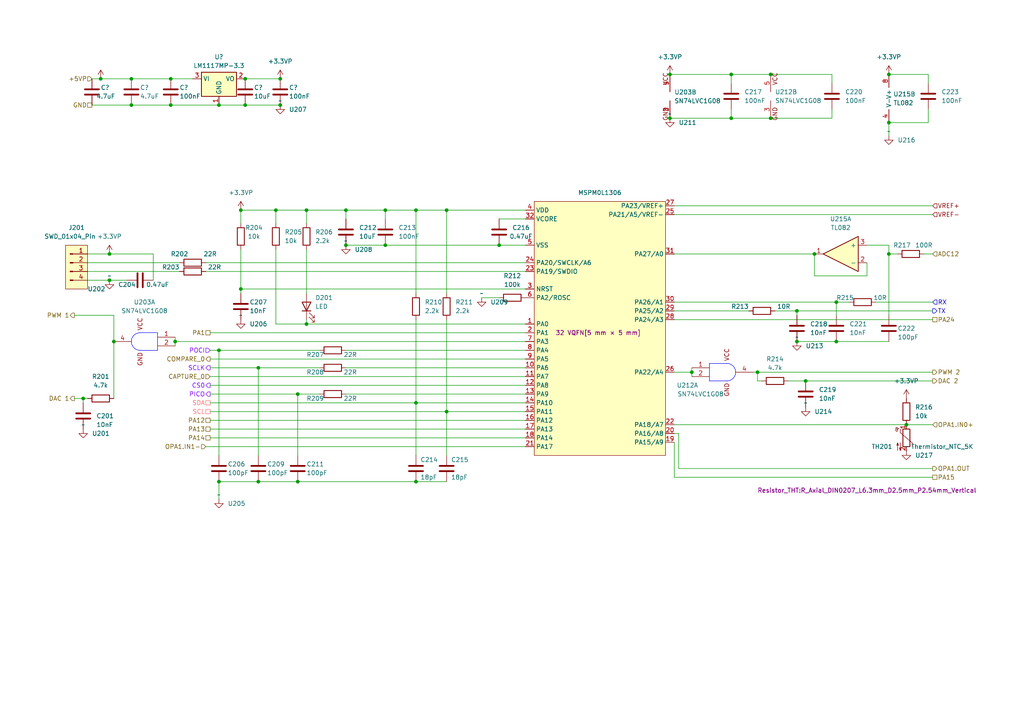
<source format=kicad_sch>
(kicad_sch (version 20230121) (generator eeschema)
  (paper "A4")
  (lib_symbols
    (symbol "00_Myself_Library:+5VP"
      (property "Reference" "U" (at 0 0 0))
      (symbol "+5VP_0_1"
        (polyline (pts (xy -0.762 1.27) (xy 0 2.54)))
        (polyline (pts (xy 0 0) (xy 0 2.54)))
        (polyline (pts (xy 0 2.54) (xy 0.762 1.27)))
      )
      (symbol "+5VP_1_1"
        (pin power_out line (at 0 0 90) (length 0) hide (name "+5VP") (number "1"))
      )
    )
    (symbol "00_Myself_Library:C_0805_0.47uF" (pin_numbers hide) (pin_names (offset 0) hide)
      (property "Reference" "C" (at -1.27 8.89 0))
      (property "Value" "0.47uF" (at 0 6.35 0))
      (symbol "C_0805_0.47uF_0_1"
        (polyline (pts (xy -0.762 2.032) (xy -0.762 -2.032)) (stroke (width 0.508)))
        (polyline (pts (xy 0.762 2.032) (xy 0.762 -2.032)) (stroke (width 0.508)))
      )
      (symbol "C_0805_0.47uF_1_1"
        (pin passive line (at 3.81 0 180) (length 2.794) (name "~") (number "1"))
        (pin passive line (at -3.81 0 0) (length 2.794) (name "~") (number "2"))
      )
    )
    (symbol "00_Myself_Library:C_0805_100nF" (pin_numbers hide) (pin_names (offset 0) hide)
      (property "Reference" "C" (at -2.54 8.89 0))
      (property "Value" "100nF" (at 0 6.35 0))
      (symbol "C_0805_100nF_0_1"
        (polyline (pts (xy -0.762 2.032) (xy -0.762 -2.032)) (stroke (width 0.508)))
        (polyline (pts (xy 0.762 2.032) (xy 0.762 -2.032)) (stroke (width 0.508)))
      )
      (symbol "C_0805_100nF_1_1"
        (pin passive line (at 3.81 0 180) (length 2.794) (name "~") (number "1"))
        (pin passive line (at -3.81 0 0) (length 2.794) (name "~") (number "2"))
      )
    )
    (symbol "00_Myself_Library:C_0805_100pF" (pin_numbers hide) (pin_names (offset 0) hide)
      (property "Reference" "C" (at -2.54 8.89 0))
      (property "Value" "100pF" (at 0 6.35 0))
      (symbol "C_0805_100pF_0_1"
        (polyline (pts (xy -0.762 2.032) (xy -0.762 -2.032)) (stroke (width 0.508)))
        (polyline (pts (xy 0.762 2.032) (xy 0.762 -2.032)) (stroke (width 0.508)))
      )
      (symbol "C_0805_100pF_1_1"
        (pin passive line (at 3.81 0 180) (length 2.794) (name "~") (number "1"))
        (pin passive line (at -3.81 0 0) (length 2.794) (name "~") (number "2"))
      )
    )
    (symbol "00_Myself_Library:C_0805_10nF" (pin_numbers hide) (pin_names (offset 0) hide)
      (property "Reference" "C" (at -2.54 8.89 0))
      (property "Value" "10nF" (at 0 6.35 0))
      (symbol "C_0805_10nF_0_1"
        (polyline (pts (xy -0.762 2.032) (xy -0.762 -2.032)) (stroke (width 0.508)))
        (polyline (pts (xy 0.762 2.032) (xy 0.762 -2.032)) (stroke (width 0.508)))
      )
      (symbol "C_0805_10nF_1_1"
        (pin passive line (at 3.81 0 180) (length 2.794) (name "~") (number "1"))
        (pin passive line (at -3.81 0 0) (length 2.794) (name "~") (number "2"))
      )
    )
    (symbol "00_Myself_Library:C_0805_10uF" (pin_numbers hide) (pin_names (offset 0) hide)
      (property "Reference" "C" (at -2.54 8.89 0))
      (property "Value" "10uF" (at 0 6.35 0))
      (symbol "C_0805_10uF_0_1"
        (polyline (pts (xy -0.762 2.032) (xy -0.762 -2.032)) (stroke (width 0.508)))
        (polyline (pts (xy 0.762 2.032) (xy 0.762 -2.032)) (stroke (width 0.508)))
      )
      (symbol "C_0805_10uF_1_1"
        (pin passive line (at 3.81 0 180) (length 2.794) (name "~") (number "1"))
        (pin passive line (at -3.81 0 0) (length 2.794) (name "~") (number "2"))
      )
    )
    (symbol "00_Myself_Library:C_0805_18pF" (pin_numbers hide) (pin_names (offset 0) hide)
      (property "Reference" "C" (at -2.54 8.89 0))
      (property "Value" "18pF" (at 0 6.35 0))
      (symbol "C_0805_18pF_0_1"
        (polyline (pts (xy -0.762 2.032) (xy -0.762 -2.032)) (stroke (width 0.508)))
        (polyline (pts (xy 0.762 2.032) (xy 0.762 -2.032)) (stroke (width 0.508)))
      )
      (symbol "C_0805_18pF_1_1"
        (pin passive line (at 3.81 0 180) (length 2.794) (name "~") (number "1"))
        (pin passive line (at -3.81 0 0) (length 2.794) (name "~") (number "2"))
      )
    )
    (symbol "00_Myself_Library:C_0805_4.7uF" (pin_numbers hide) (pin_names (offset 0) hide)
      (property "Reference" "C" (at -1.27 8.89 0))
      (property "Value" "4.7uF" (at 0 6.35 0))
      (symbol "C_0805_4.7uF_0_1"
        (polyline (pts (xy -0.762 2.032) (xy -0.762 -2.032)) (stroke (width 0.508)))
        (polyline (pts (xy 0.762 2.032) (xy 0.762 -2.032)) (stroke (width 0.508)))
      )
      (symbol "C_0805_4.7uF_1_1"
        (pin passive line (at 3.81 0 180) (length 2.794) (name "~") (number "1"))
        (pin passive line (at -3.81 0 0) (length 2.794) (name "~") (number "2"))
      )
    )
    (symbol "00_Myself_Library:GND_O"
      (property "Reference" "U" (at -2.54 0 0))
      (symbol "GND_O_0_1"
        (polyline (pts (xy 0 -1.27) (xy 0 -2.54) (xy 1.27 -2.54) (xy 0 -3.81) (xy -1.27 -2.54) (xy 0 -2.54)))
      )
      (symbol "GND_O_1_1"
        (pin output line (at 0 -1.27 270) (length 0) hide (name "GND") (number "1"))
      )
    )
    (symbol "00_Myself_Library:LED" (pin_numbers hide) (pin_names (offset 1.016) hide)
      (property "Reference" "D" (at 0 2.54 0))
      (property "Value" "LED" (at 0 -2.54 0))
      (symbol "LED_0_1"
        (polyline (pts (xy -1.27 -1.27) (xy -1.27 1.27)) (stroke (width 0.254)))
        (polyline (pts (xy -1.27 0) (xy 1.27 0)))
        (polyline (pts (xy 1.27 -1.27) (xy 1.27 1.27) (xy -1.27 0) (xy 1.27 -1.27)) (stroke (width 0.254)))
        (polyline (pts (xy -3.048 -0.762) (xy -4.572 -2.286) (xy -3.81 -2.286) (xy -4.572 -2.286) (xy -4.572 -1.524)))
        (polyline (pts (xy -1.778 -0.762) (xy -3.302 -2.286) (xy -2.54 -2.286) (xy -3.302 -2.286) (xy -3.302 -1.524)))
      )
      (symbol "LED_1_1"
        (pin passive line (at -3.81 0 0) (length 2.54) (name "K") (number "1"))
        (pin passive line (at 3.81 0 180) (length 2.54) (name "A") (number "2"))
      )
    )
    (symbol "00_Myself_Library:LM1117MP-3.3"
      (property "Reference" "U" (at -3.81 3.175 0))
      (property "Value" "LM1117MP-3.3" (at 0 3.175 0))
      (symbol "LM1117MP-3.3_0_1"
        (rectangle (start -5.08 1.905) (end 5.08 -5.08) (stroke (width 0.254)) (fill (type background)))
      )
      (symbol "LM1117MP-3.3_1_1"
        (pin passive line (at 0 -7.62 90) (length 2.54) (name "GND") (number "1"))
        (pin power_out line (at 7.62 0 180) (length 2.54) (name "VO") (number "2"))
        (pin power_in line (at -7.62 0 0) (length 2.54) (name "VI") (number "3"))
      )
    )
    (symbol "00_Myself_Library:MSPM0L1306"
      (property "Value" "MSPM0L1306" (at -17.78 41.91 0))
      (symbol "MSPM0L1306_1_0"
        (pin input line (at -21.59 20.32 0) (length 2.54) (name "PA20/SWCLK/A6") (number "24"))
      )
      (symbol "MSPM0L1306_1_1"
        (rectangle (start -19.05 38.1) (end 19.05 -35.56) (fill (type background)))
        (pin passive line (at -21.59 2.54 0) (length 2.54) (name "PA0") (number "1"))
        (pin passive line (at -21.59 -10.16 0) (length 2.54) (name "PA6") (number "10"))
        (pin passive line (at -21.59 -12.7 0) (length 2.54) (name "PA7") (number "11"))
        (pin passive line (at -21.59 -15.24 0) (length 2.54) (name "PA8") (number "12"))
        (pin passive line (at -21.59 -17.78 0) (length 2.54) (name "PA9") (number "13"))
        (pin passive line (at -21.59 -20.32 0) (length 2.54) (name "PA10") (number "14"))
        (pin passive line (at -21.59 -22.86 0) (length 2.54) (name "PA11") (number "15"))
        (pin passive line (at -21.59 -25.4 0) (length 2.54) (name "PA12") (number "16"))
        (pin passive line (at -21.59 -27.94 0) (length 2.54) (name "PA13") (number "17"))
        (pin passive line (at -21.59 -30.48 0) (length 2.54) (name "PA14") (number "18"))
        (pin passive line (at 21.59 -31.75 180) (length 2.54) (name "PA15/A9") (number "19"))
        (pin passive line (at -21.59 0 0) (length 2.54) (name "PA1") (number "2"))
        (pin passive line (at 21.59 -29.21 180) (length 2.54) (name "PA16/A8") (number "20"))
        (pin passive line (at -21.59 -33.02 0) (length 2.54) (name "PA17") (number "21"))
        (pin passive line (at 21.59 -26.67 180) (length 2.54) (name "PA18/A7") (number "22"))
        (pin bidirectional line (at -21.59 17.78 0) (length 2.54) (name "PA19/SWDIO") (number "23"))
        (pin passive line (at 21.59 34.29 180) (length 2.54) (name "PA21/A5/VREF-") (number "25"))
        (pin passive line (at 21.59 -11.43 180) (length 2.54) (name "PA22/A4") (number "26"))
        (pin passive line (at 21.59 36.83 180) (length 2.54) (name "PA23/VREF+") (number "27"))
        (pin passive line (at 21.59 3.81 180) (length 2.54) (name "PA24/A3") (number "28"))
        (pin passive line (at 21.59 6.35 180) (length 2.54) (name "PA25/A2") (number "29"))
        (pin input line (at -21.59 12.7 0) (length 2.54) (name "NRST") (number "3"))
        (pin passive line (at 21.59 8.89 180) (length 2.54) (name "PA26/A1") (number "30"))
        (pin passive line (at 21.59 22.86 180) (length 2.54) (name "PA27/A0") (number "31"))
        (pin power_out line (at -21.59 33.02 0) (length 2.54) (name "VCORE") (number "32"))
        (pin power_in line (at -21.59 35.56 0) (length 2.54) (name "VDD") (number "4"))
        (pin passive line (at -21.59 25.4 0) (length 2.54) (name "VSS") (number "5"))
        (pin output line (at -21.59 10.16 0) (length 2.54) (name "PA2/ROSC") (number "6"))
        (pin passive line (at -21.59 -2.54 0) (length 2.54) (name "PA3") (number "7"))
        (pin passive line (at -21.59 -5.08 0) (length 2.54) (name "PA4") (number "8"))
        (pin passive line (at -21.59 -7.62 0) (length 2.54) (name "PA5") (number "9"))
      )
    )
    (symbol "00_Myself_Library:R_0805_100k" (pin_numbers hide) (pin_names hide)
      (property "Reference" "R" (at -2.54 5.08 0))
      (property "Value" "100k" (at 0 2.54 0))
      (symbol "R_0805_100k_0_1"
        (rectangle (start -2.54 1.016) (end 2.54 -1.016) (stroke (width 0.254)))
      )
      (symbol "R_0805_100k_1_1"
        (pin passive line (at 3.81 0 180) (length 1.27) (name "~") (number "1"))
        (pin passive line (at -3.81 0 0) (length 1.27) (name "~") (number "2"))
      )
    )
    (symbol "00_Myself_Library:R_0805_10R" (pin_numbers hide) (pin_names hide)
      (property "Reference" "R" (at -2.54 5.08 0))
      (property "Value" "10R" (at -1.27 2.54 0))
      (symbol "R_0805_10R_0_1"
        (rectangle (start -2.54 1.016) (end 2.54 -1.016) (stroke (width 0.254)))
      )
      (symbol "R_0805_10R_1_1"
        (pin passive line (at 3.81 0 180) (length 1.27) (name "~") (number "1"))
        (pin passive line (at -3.81 0 0) (length 1.27) (name "~") (number "2"))
      )
    )
    (symbol "00_Myself_Library:R_0805_10k" (pin_numbers hide) (pin_names hide)
      (property "Reference" "R" (at -2.54 5.08 0))
      (property "Value" "10k" (at -1.27 2.54 0))
      (symbol "R_0805_10k_0_1"
        (rectangle (start -2.54 1.016) (end 2.54 -1.016) (stroke (width 0.254)))
      )
      (symbol "R_0805_10k_1_1"
        (pin passive line (at 3.81 0 180) (length 1.27) (name "~") (number "1"))
        (pin passive line (at -3.81 0 0) (length 1.27) (name "~") (number "2"))
      )
    )
    (symbol "00_Myself_Library:R_0805_2.2k" (pin_numbers hide) (pin_names hide)
      (property "Reference" "R" (at -2.54 5.08 0))
      (property "Value" "2.2k" (at -1.27 2.54 0))
      (symbol "R_0805_2.2k_0_1"
        (rectangle (start -2.54 1.016) (end 2.54 -1.016) (stroke (width 0.254)))
      )
      (symbol "R_0805_2.2k_1_1"
        (pin passive line (at 3.81 0 180) (length 1.27) (name "~") (number "1"))
        (pin passive line (at -3.81 0 0) (length 1.27) (name "~") (number "2"))
      )
    )
    (symbol "00_Myself_Library:R_0805_22R" (pin_numbers hide) (pin_names hide)
      (property "Reference" "R" (at -2.54 5.08 0))
      (property "Value" "22R" (at -1.27 2.54 0))
      (symbol "R_0805_22R_0_1"
        (rectangle (start -2.54 1.016) (end 2.54 -1.016) (stroke (width 0.254)))
      )
      (symbol "R_0805_22R_1_1"
        (pin passive line (at 3.81 0 180) (length 1.27) (name "~") (number "1"))
        (pin passive line (at -3.81 0 0) (length 1.27) (name "~") (number "2"))
      )
    )
    (symbol "00_Myself_Library:R_0805_4.7k" (pin_numbers hide) (pin_names hide)
      (property "Reference" "R" (at -2.54 5.08 0))
      (property "Value" "4.7k" (at -1.27 2.54 0))
      (symbol "R_0805_4.7k_0_1"
        (rectangle (start -2.54 1.016) (end 2.54 -1.016) (stroke (width 0.254)))
      )
      (symbol "R_0805_4.7k_1_1"
        (pin passive line (at 3.81 0 180) (length 1.27) (name "~") (number "1"))
        (pin passive line (at -3.81 0 0) (length 1.27) (name "~") (number "2"))
      )
    )
    (symbol "00_Myself_Library:SN74LVC1G08" (pin_names hide)
      (property "Reference" "U" (at -1.27 0 0))
      (property "Value" "SN74LVC1G08" (at -1.27 8.89 0))
      (symbol "SN74LVC1G08_0_1"
        (text "GND" (at 1.27 -5.08 900) (effects (font (size 1.27 1.27))))
        (text "VCC" (at 1.27 5.08 900) (effects (font (size 1.27 1.27))))
      )
      (symbol "SN74LVC1G08_1_1"
        (polyline (pts (xy 1.27 2.54) (xy -3.81 2.54) (xy -3.81 -2.54) (xy 1.27 -2.54)) (stroke (width 0) (color 0 0 255 1)) (fill (type color) (color 255 255 255 1)))
        (arc (start 1.27 -2.54) (mid 3.0618 -1.7918) (end 3.81 0) (stroke (width 0) (color 0 0 255 1)) (fill (type color) (color 255 255 255 1)))
        (arc (start 3.81 0) (mid 3.0661 1.7961) (end 1.27 2.54) (stroke (width 0) (color 0 0 255 1)) (fill (type color) (color 255 255 255 1)))
        (pin input line (at -8.89 1.27 0) (length 5.08) (name "~") (number "1"))
        (pin input line (at -8.89 -1.27 0) (length 5.08) (name "~") (number "2"))
        (pin output line (at 8.89 0 180) (length 5.08) (name "~") (number "4"))
      )
      (symbol "SN74LVC1G08_2_1"
        (pin passive line (at 0 -6.35 90) (length 5.08) (name "GND") (number "3"))
        (pin power_in line (at 0 6.35 270) (length 5.08) (name "VCC") (number "5"))
      )
    )
    (symbol "00_Myself_Library:TL082"
      (property "Reference" "U" (at 6.35 6.35 0))
      (property "Value" "TL082" (at 8.89 3.81 0))
      (symbol "TL082_1_1"
        (polyline (pts (xy -3.81 5.08) (xy 6.35 0) (xy -3.81 -5.08) (xy -3.81 5.08)) (stroke (width 0.254)) (fill (type background)))
        (pin output line (at 8.89 0 180) (length 2.54) (name "~") (number "1"))
        (pin input line (at -6.35 -2.54 0) (length 2.54) (name "-") (number "2"))
        (pin input line (at -6.35 2.54 0) (length 2.54) (name "+") (number "3"))
      )
      (symbol "TL082_2_1"
        (pin passive line (at 0 -6.35 90) (length 3.81) (name "V-") (number "4"))
        (pin power_in line (at 0 7.62 270) (length 3.81) (name "V+") (number "8"))
      )
    )
    (symbol "00_Myself_Library:Thermistor_NTC_2.5R"
      (property "Reference" "TH" (at -5.08 5.08 0))
      (property "Value" "Thermistor_NTC_2.5R" (at -12.7 2.54 0))
      (symbol "Thermistor_NTC_2.5R_0_1"
        (arc (start -3.048 5.969) (mid -3.0505 6.1265) (end -3.175 6.223))
        (arc (start -3.048 5.969) (mid -2.9736 5.7894) (end -2.794 5.715))
        (arc (start -3.048 6.604) (mid -2.9736 6.4244) (end -2.794 6.35))
        (arc (start -2.794 5.715) (mid -2.6144 5.7894) (end -2.54 5.969))
        (arc (start -2.794 6.35) (mid -2.434 6.3708) (end -2.159 6.604))
        (arc (start -2.794 6.858) (mid -2.9736 6.7836) (end -3.048 6.604))
        (arc (start -2.54 6.604) (mid -2.6144 6.7836) (end -2.794 6.858))
        (rectangle (start -1.016 6.35) (end 1.016 1.27) (stroke (width 0.254)))
        (polyline (pts (xy -2.54 5.969) (xy -2.54 6.604)))
        (polyline (pts (xy -1.778 6.35) (xy -1.778 5.334) (xy 1.778 2.286) (xy 1.778 1.27)))
        (polyline (pts (xy -2.54 0.127) (xy -2.54 2.413) (xy -2.794 1.651) (xy -2.286 1.651) (xy -2.54 2.413) (xy -2.54 2.159)) (fill (type outline)))
        (polyline (pts (xy -1.778 2.413) (xy -1.778 0.127) (xy -2.032 0.889) (xy -1.524 0.889) (xy -1.778 0.127) (xy -1.778 0.381)) (fill (type outline)))
      )
      (symbol "Thermistor_NTC_2.5R_1_1"
        (pin passive line (at 0 7.62 270) (length 1.27) (name "~") (number "1"))
        (pin passive line (at 0 0 90) (length 1.27) (name "~") (number "2"))
      )
    )
    (symbol "C_0805_100nF_1" (pin_numbers hide) (pin_names (offset 0) hide)
      (property "Reference" "C" (at -2.54 8.89 0))
      (property "Value" "100nF" (at 0 6.35 0))
      (symbol "C_0805_100nF_1_0_1"
        (polyline (pts (xy -0.762 2.032) (xy -0.762 -2.032)) (stroke (width 0.508)))
        (polyline (pts (xy 0.762 2.032) (xy 0.762 -2.032)) (stroke (width 0.508)))
      )
      (symbol "C_0805_100nF_1_1_1"
        (pin passive line (at 3.81 0 180) (length 2.794) (name "~") (number "1"))
        (pin passive line (at -3.81 0 0) (length 2.794) (name "~") (number "2"))
      )
    )
    (symbol "C_0805_100nF_6" (pin_numbers hide) (pin_names (offset 0) hide)
      (property "Reference" "C" (at -2.54 8.89 0))
      (property "Value" "100nF" (at 0 6.35 0))
      (symbol "C_0805_100nF_6_0_1"
        (polyline (pts (xy -0.762 2.032) (xy -0.762 -2.032)) (stroke (width 0.508)))
        (polyline (pts (xy 0.762 2.032) (xy 0.762 -2.032)) (stroke (width 0.508)))
      )
      (symbol "C_0805_100nF_6_1_1"
        (pin passive line (at 3.81 0 180) (length 2.794) (name "~") (number "1"))
        (pin passive line (at -3.81 0 0) (length 2.794) (name "~") (number "2"))
      )
    )
    (symbol "C_0805_10uF_2" (pin_numbers hide) (pin_names (offset 0) hide)
      (property "Reference" "C" (at -2.54 8.89 0))
      (property "Value" "10uF" (at 0 6.35 0))
      (symbol "C_0805_10uF_2_0_1"
        (polyline (pts (xy -0.762 2.032) (xy -0.762 -2.032)) (stroke (width 0.508)))
        (polyline (pts (xy 0.762 2.032) (xy 0.762 -2.032)) (stroke (width 0.508)))
      )
      (symbol "C_0805_10uF_2_1_1"
        (pin passive line (at 3.81 0 180) (length 2.794) (name "~") (number "1"))
        (pin passive line (at -3.81 0 0) (length 2.794) (name "~") (number "2"))
      )
    )
    (symbol "R_0805_100R_2" (pin_numbers hide) (pin_names hide)
      (property "Reference" "R" (at -2.54 5.08 0))
      (property "Value" "100R" (at -1.27 2.54 0))
      (symbol "R_0805_100R_2_0_1"
        (rectangle (start -2.54 1.016) (end 2.54 -1.016) (stroke (width 0.254)))
      )
      (symbol "R_0805_100R_2_1_1"
        (pin passive line (at 3.81 0 180) (length 1.27) (name "~") (number "1"))
        (pin passive line (at -3.81 0 0) (length 1.27) (name "~") (number "2"))
      )
    )
    (symbol "SWD_01x04_Pin_1" (pin_names (offset 1.016) hide)
      (property "Reference" "J201" (at -1.27 11.43 0))
      (property "Value" "SWD_01x04_Pin" (at 0 8.89 0))
      (symbol "SWD_01x04_Pin_1_1_1"
        (rectangle (start -1.27 5.08) (end 5.08 -7.62) (fill (type background)))
        (polyline (pts (xy 1.27 -5.08) (xy 0.8636 -5.08)) (stroke (width 0.1524)))
        (polyline (pts (xy 1.27 -2.54) (xy 0.8636 -2.54)) (stroke (width 0.1524)))
        (polyline (pts (xy 1.27 0) (xy 0.8636 0)) (stroke (width 0.1524)))
        (polyline (pts (xy 1.27 2.54) (xy 0.8636 2.54)) (stroke (width 0.1524)))
        (rectangle (start 0.8636 -4.953) (end 0 -5.207) (stroke (width 0.1524)) (fill (type outline)))
        (rectangle (start 0.8636 -2.413) (end 0 -2.667) (stroke (width 0.1524)) (fill (type outline)))
        (rectangle (start 0.8636 0.127) (end 0 -0.127) (stroke (width 0.1524)) (fill (type outline)))
        (rectangle (start 0.8636 2.667) (end 0 2.413) (stroke (width 0.1524)) (fill (type outline)))
        (pin passive line (at 5.08 2.54 180) (length 3.81) (name "Pin_1") (number "1"))
        (pin passive line (at 5.08 0 180) (length 3.81) (name "Pin_2") (number "2"))
        (pin passive line (at 5.08 -2.54 180) (length 3.81) (name "Pin_3") (number "3"))
        (pin passive line (at 5.08 -5.08 180) (length 3.81) (name "Pin_4") (number "4"))
      )
    )
    (symbol "power:+3.3VP" (power) (pin_names (offset 0))
      (property "Value" "+3.3VP" (at 0 2.54 0))
      (symbol "+3.3VP_0_0"
        (pin power_in line (at 0 0 90) (length 0) hide (name "+3.3VP") (number "1"))
      )
      (symbol "+3.3VP_0_1"
        (polyline (pts (xy -0.762 1.27) (xy 0 2.54)))
        (polyline (pts (xy 0 0) (xy 0 2.54)))
        (polyline (pts (xy 0 2.54) (xy 0.762 1.27)))
      )
    )
  )
  (junction (at 86.36 114.3))
  (junction (at 74.93 139.7))
  (junction (at 86.36 139.7))
  (junction (at 81.28 30.48))
  (junction (at 231.14 90.17))
  (junction (at 71.12 30.48))
  (junction (at 257.81 35.56))
  (junction (at 223.52 34.29))
  (junction (at 49.53 22.86))
  (junction (at 236.22 73.66))
  (junction (at 212.09 21.59))
  (junction (at 49.53 30.48))
  (junction (at 231.14 99.06))
  (junction (at 233.68 110.49))
  (junction (at 200.66 107.95))
  (junction (at 80.01 60.96))
  (junction (at 100.33 60.96))
  (junction (at 129.54 119.38))
  (junction (at 111.76 60.96))
  (junction (at 38.1 30.48))
  (junction (at 63.5 30.48))
  (junction (at 120.65 60.96))
  (junction (at 69.85 60.96))
  (junction (at 33.02 99.06))
  (junction (at 129.54 60.96))
  (junction (at 219.71 107.95))
  (junction (at 257.81 73.66))
  (junction (at 88.9 93.98))
  (junction (at 88.9 60.96))
  (junction (at 24.13 115.57))
  (junction (at 194.31 34.29))
  (junction (at 194.31 21.59))
  (junction (at 63.5 101.6))
  (junction (at 38.1 22.86))
  (junction (at 111.76 71.12))
  (junction (at 50.8 99.06))
  (junction (at 81.28 22.86))
  (junction (at 29.21 22.86))
  (junction (at 74.93 106.68))
  (junction (at 262.89 123.19))
  (junction (at 69.85 83.82))
  (junction (at 257.81 21.59))
  (junction (at 212.09 34.29))
  (junction (at 223.52 21.59))
  (junction (at 242.57 87.63))
  (junction (at 242.57 99.06))
  (junction (at 31.75 81.28))
  (junction (at 63.5 139.7))
  (junction (at 120.65 139.7))
  (junction (at 100.33 71.12))
  (junction (at 71.12 22.86))
  (junction (at 120.65 116.84))
  (junction (at 31.75 73.66))
  (junction (at 144.78 71.12))
  (wire (pts (xy 129.54 119.38) (xy 129.54 92.71)))
  (wire (pts (xy 120.65 116.84) (xy 120.65 132.08)))
  (wire (pts (xy 129.54 60.96) (xy 129.54 85.09)))
  (wire (pts (xy 25.4 81.28) (xy 31.75 81.28)))
  (wire (pts (xy 223.52 34.29) (xy 212.09 34.29)))
  (wire (pts (xy 26.67 22.86) (xy 29.21 22.86)))
  (wire (pts (xy 38.1 22.86) (xy 49.53 22.86)))
  (wire (pts (xy 59.69 76.2) (xy 152.4 76.2)))
  (wire (pts (xy 251.46 76.2) (xy 251.46 80.01)))
  (wire (pts (xy 69.85 72.39) (xy 69.85 83.82)))
  (wire (pts (xy 246.38 87.63) (xy 242.57 87.63)))
  (wire (pts (xy 219.71 107.95) (xy 270.51 107.95)))
  (wire (pts (xy 257.81 71.12) (xy 257.81 73.66)))
  (wire (pts (xy 212.09 21.59) (xy 223.52 21.59)))
  (wire (pts (xy 219.71 110.49) (xy 220.98 110.49)))
  (wire (pts (xy 120.65 60.96) (xy 120.65 85.09)))
  (wire (pts (xy 59.69 129.54) (xy 152.4 129.54)))
  (wire (pts (xy 25.4 78.74) (xy 52.07 78.74)))
  (wire (pts (xy 111.76 60.96) (xy 111.76 63.5)))
  (wire (pts (xy 60.96 121.92) (xy 152.4 121.92)))
  (wire (pts (xy 60.96 104.14) (xy 152.4 104.14)))
  (wire (pts (xy 111.76 71.12) (xy 144.78 71.12)))
  (wire (pts (xy 224.79 90.17) (xy 231.14 90.17)))
  (wire (pts (xy 25.4 73.66) (xy 31.75 73.66)))
  (wire (pts (xy 195.58 107.95) (xy 200.66 107.95)))
  (wire (pts (xy 120.65 116.84) (xy 152.4 116.84)))
  (wire (pts (xy 195.58 73.66) (xy 236.22 73.66)))
  (wire (pts (xy 33.02 99.06) (xy 33.02 115.57)))
  (wire (pts (xy 80.01 93.98) (xy 88.9 93.98)))
  (wire (pts (xy 80.01 72.39) (xy 80.01 93.98)))
  (wire (pts (xy 33.02 91.44) (xy 33.02 99.06)))
  (wire (pts (xy 120.65 60.96) (xy 129.54 60.96)))
  (wire (pts (xy 88.9 93.98) (xy 152.4 93.98)))
  (wire (pts (xy 49.53 22.86) (xy 55.88 22.86)))
  (wire (pts (xy 49.53 30.48) (xy 63.5 30.48)))
  (wire (pts (xy 270.51 138.43) (xy 195.58 138.43)))
  (wire (pts (xy 63.5 139.7) (xy 74.93 139.7)))
  (wire (pts (xy 269.24 21.59) (xy 269.24 24.13)))
  (wire (pts (xy 251.46 71.12) (xy 257.81 71.12)))
  (wire (pts (xy 144.78 63.5) (xy 152.4 63.5)))
  (wire (pts (xy 251.46 80.01) (xy 236.22 80.01)))
  (wire (pts (xy 63.5 101.6) (xy 63.5 132.08)))
  (wire (pts (xy 254 87.63) (xy 270.51 87.63)))
  (wire (pts (xy 86.36 132.08) (xy 86.36 114.3)))
  (wire (pts (xy 231.14 90.17) (xy 270.51 90.17)))
  (wire (pts (xy 60.96 116.84) (xy 120.65 116.84)))
  (wire (pts (xy 270.51 135.89) (xy 196.85 135.89)))
  (wire (pts (xy 195.58 90.17) (xy 217.17 90.17)))
  (wire (pts (xy 80.01 60.96) (xy 80.01 64.77)))
  (wire (pts (xy 100.33 71.12) (xy 111.76 71.12)))
  (wire (pts (xy 139.7 86.36) (xy 144.78 86.36)))
  (wire (pts (xy 74.93 139.7) (xy 86.36 139.7)))
  (wire (pts (xy 60.96 109.22) (xy 152.4 109.22)))
  (wire (pts (xy 60.96 106.68) (xy 74.93 106.68)))
  (wire (pts (xy 236.22 73.66) (xy 236.22 80.01)))
  (wire (pts (xy 241.3 21.59) (xy 241.3 24.13)))
  (wire (pts (xy 71.12 22.86) (xy 81.28 22.86)))
  (wire (pts (xy 212.09 31.75) (xy 212.09 34.29)))
  (wire (pts (xy 241.3 34.29) (xy 223.52 34.29)))
  (wire (pts (xy 129.54 119.38) (xy 152.4 119.38)))
  (wire (pts (xy 100.33 60.96) (xy 100.33 63.5)))
  (wire (pts (xy 200.66 106.68) (xy 200.66 107.95)))
  (wire (pts (xy 129.54 60.96) (xy 152.4 60.96)))
  (wire (pts (xy 80.01 60.96) (xy 88.9 60.96)))
  (wire (pts (xy 69.85 60.96) (xy 80.01 60.96)))
  (wire (pts (xy 31.75 81.28) (xy 36.83 81.28)))
  (wire (pts (xy 60.96 101.6) (xy 63.5 101.6)))
  (wire (pts (xy 69.85 85.09) (xy 69.85 83.82)))
  (wire (pts (xy 63.5 101.6) (xy 92.71 101.6)))
  (wire (pts (xy 24.13 115.57) (xy 25.4 115.57)))
  (wire (pts (xy 257.81 73.66) (xy 260.35 73.66)))
  (wire (pts (xy 144.78 71.12) (xy 152.4 71.12)))
  (wire (pts (xy 233.68 110.49) (xy 270.51 110.49)))
  (wire (pts (xy 270.51 123.19) (xy 262.89 123.19)))
  (wire (pts (xy 21.59 115.57) (xy 24.13 115.57)))
  (wire (pts (xy 129.54 132.08) (xy 129.54 119.38)))
  (wire (pts (xy 257.81 73.66) (xy 257.81 91.44)))
  (wire (pts (xy 100.33 60.96) (xy 111.76 60.96)))
  (wire (pts (xy 50.8 99.06) (xy 50.8 97.79)))
  (wire (pts (xy 60.96 111.76) (xy 152.4 111.76)))
  (wire (pts (xy 31.75 73.66) (xy 44.45 73.66)))
  (wire (pts (xy 257.81 35.56) (xy 257.81 39.37)))
  (wire (pts (xy 257.81 21.59) (xy 269.24 21.59)))
  (wire (pts (xy 74.93 106.68) (xy 92.71 106.68)))
  (wire (pts (xy 60.96 114.3) (xy 86.36 114.3)))
  (wire (pts (xy 212.09 24.13) (xy 212.09 21.59)))
  (wire (pts (xy 242.57 99.06) (xy 257.81 99.06)))
  (wire (pts (xy 60.96 96.52) (xy 152.4 96.52)))
  (wire (pts (xy 69.85 83.82) (xy 152.4 83.82)))
  (wire (pts (xy 21.59 91.44) (xy 33.02 91.44)))
  (wire (pts (xy 231.14 90.17) (xy 231.14 91.44)))
  (wire (pts (xy 60.96 127) (xy 152.4 127)))
  (wire (pts (xy 120.65 92.71) (xy 120.65 116.84)))
  (wire (pts (xy 44.45 73.66) (xy 44.45 81.28)))
  (wire (pts (xy 218.44 107.95) (xy 219.71 107.95)))
  (wire (pts (xy 71.12 30.48) (xy 81.28 30.48)))
  (wire (pts (xy 63.5 30.48) (xy 71.12 30.48)))
  (wire (pts (xy 257.81 35.56) (xy 269.24 35.56)))
  (wire (pts (xy 195.58 125.73) (xy 196.85 125.73)))
  (wire (pts (xy 219.71 107.95) (xy 219.71 110.49)))
  (wire (pts (xy 195.58 87.63) (xy 242.57 87.63)))
  (wire (pts (xy 228.6 110.49) (xy 233.68 110.49)))
  (wire (pts (xy 50.8 99.06) (xy 50.8 100.33)))
  (wire (pts (xy 38.1 30.48) (xy 49.53 30.48)))
  (wire (pts (xy 231.14 99.06) (xy 242.57 99.06)))
  (wire (pts (xy 223.52 21.59) (xy 241.3 21.59)))
  (wire (pts (xy 111.76 60.96) (xy 120.65 60.96)))
  (wire (pts (xy 100.33 106.68) (xy 152.4 106.68)))
  (wire (pts (xy 25.4 76.2) (xy 52.07 76.2)))
  (wire (pts (xy 241.3 31.75) (xy 241.3 34.29)))
  (wire (pts (xy 100.33 101.6) (xy 152.4 101.6)))
  (wire (pts (xy 212.09 34.29) (xy 194.31 34.29)))
  (wire (pts (xy 60.96 119.38) (xy 129.54 119.38)))
  (wire (pts (xy 195.58 138.43) (xy 195.58 128.27)))
  (wire (pts (xy 200.66 107.95) (xy 200.66 109.22)))
  (wire (pts (xy 120.65 139.7) (xy 129.54 139.7)))
  (wire (pts (xy 100.33 114.3) (xy 152.4 114.3)))
  (wire (pts (xy 88.9 72.39) (xy 88.9 85.09)))
  (wire (pts (xy 88.9 60.96) (xy 100.33 60.96)))
  (wire (pts (xy 270.51 62.23) (xy 195.58 62.23)))
  (wire (pts (xy 195.58 92.71) (xy 270.51 92.71)))
  (wire (pts (xy 269.24 35.56) (xy 269.24 31.75)))
  (wire (pts (xy 74.93 132.08) (xy 74.93 106.68)))
  (wire (pts (xy 59.69 78.74) (xy 152.4 78.74)))
  (wire (pts (xy 26.67 30.48) (xy 38.1 30.48)))
  (wire (pts (xy 24.13 116.84) (xy 24.13 115.57)))
  (wire (pts (xy 195.58 59.69) (xy 270.51 59.69)))
  (wire (pts (xy 88.9 92.71) (xy 88.9 93.98)))
  (wire (pts (xy 267.97 73.66) (xy 270.51 73.66)))
  (wire (pts (xy 242.57 87.63) (xy 242.57 91.44)))
  (wire (pts (xy 63.5 144.78) (xy 63.5 139.7)))
  (wire (pts (xy 60.96 124.46) (xy 152.4 124.46)))
  (wire (pts (xy 86.36 139.7) (xy 120.65 139.7)))
  (wire (pts (xy 86.36 114.3) (xy 92.71 114.3)))
  (wire (pts (xy 195.58 123.19) (xy 262.89 123.19)))
  (wire (pts (xy 194.31 21.59) (xy 212.09 21.59)))
  (wire (pts (xy 50.8 99.06) (xy 152.4 99.06)))
  (wire (pts (xy 196.85 135.89) (xy 196.85 125.73)))
  (wire (pts (xy 88.9 60.96) (xy 88.9 64.77)))
  (wire (pts (xy 69.85 60.96) (xy 69.85 64.77)))
  (wire (pts (xy 29.21 22.86) (xy 38.1 22.86)))
  (hierarchical_label "RX" (shape input) (at 270.51 87.63 0))
  (hierarchical_label "ADC12" (shape input) (at 270.51 73.66 0))
  (hierarchical_label "PA1" (shape passive) (at 60.96 96.52 180))
  (hierarchical_label "VREF-" (shape input) (at 270.51 62.23 0))
  (hierarchical_label "CAPTURE_0" (shape input) (at 60.96 109.22 180))
  (hierarchical_label "DAC 1" (shape output) (at 21.59 115.57 180))
  (hierarchical_label "OPA1.IN0+" (shape input) (at 270.51 123.19 0))
  (hierarchical_label "TX" (shape output) (at 270.51 90.17 0))
  (hierarchical_label "PWM 1" (shape output) (at 21.59 91.44 180))
  (hierarchical_label "PA15" (shape passive) (at 270.51 138.43 0))
  (hierarchical_label "POCI" (shape input) (at 60.96 101.6 180))
  (hierarchical_label "CS0" (shape output) (at 60.96 111.76 180))
  (hierarchical_label "PA14" (shape passive) (at 60.96 127 180))
  (hierarchical_label "GND" (shape passive) (at 26.67 30.48 180))
  (hierarchical_label "OPA1.OUT" (shape output) (at 270.51 135.89 0))
  (hierarchical_label "COMPARE_0" (shape output) (at 60.96 104.14 180))
  (hierarchical_label "DAC 2" (shape output) (at 270.51 110.49 0))
  (hierarchical_label "SDA" (shape passive) (at 60.96 116.84 180))
  (hierarchical_label "OPA1.IN1-" (shape input) (at 59.69 129.54 180))
  (hierarchical_label "PWM 2" (shape output) (at 270.51 107.95 0))
  (hierarchical_label "PA13" (shape passive) (at 60.96 124.46 180))
  (hierarchical_label "SCLK" (shape output) (at 60.96 106.68 180))
  (hierarchical_label "SCL" (shape passive) (at 60.96 119.38 180))
  (hierarchical_label "PICO" (shape output) (at 60.96 114.3 180))
  (hierarchical_label "PA12" (shape passive) (at 60.96 121.92 180))
  (hierarchical_label "+5VP" (shape input) (at 26.67 22.86 180))
  (hierarchical_label "VREF+" (shape input) (at 270.51 59.69 0))
  (hierarchical_label "PA24" (shape passive) (at 270.51 92.71 0))
  (symbol (lib_id "00_Myself_Library:SN74LVC1G08") (at 223.52 27.94 0) (unit 2)
    (property "Reference" "U212" (at 224.79 26.67 0) (effects (justify left)))
    (property "Value" "SN74LVC1G08" (at 224.79 29.21 0) (effects (justify left)))
    (property "Footprint" "Package_TO_SOT_SMD:SOT-23-5" (effects hide))
    (property "Partnumber" "2711-1G08DR01" (effects hide))
  )
  (symbol (lib_id "00_Myself_Library:R_0805_2.2k") (at 129.54 88.9 90) (unit 1)
    (property "Reference" "R211" (at 132.08 87.63 90) (effects (justify right)))
    (property "Value" "2.2k" (at 132.08 90.17 90) (effects (justify right)))
    (property "Footprint" "Resistor_SMD:R_0805_2012Metric_Pad1.20x1.40mm_HandSolder" (effects hide))
    (property "Partnumber" "20M0E2201D221" (effects hide))
  )
  (symbol (lib_id "00_Myself_Library:C_0805_100nF") (at 81.28 26.67 90) (unit 1)
    (property "Reference" "C?" (at 83.82 25.4 90) (effects (justify right)))
    (property "Value" "100nF" (at 83.82 27.94 90) (effects (justify right)))
    (property "Footprint" "Capacitor_SMD:C_0805_2012Metric_Pad1.18x1.45mm_HandSolder" (effects hide))
    (property "Partnumber" "22E5-50104J01" (effects hide))
    (instances (project "M0" (path "" (reference "C?") (unit 1)) (path "" (reference "C210") (unit 1))))
  )
  (symbol (lib_id "00_Myself_Library:R_0805_22R") (at 96.52 101.6 0) (unit 1)
    (property "Reference" "R207" (at 91.44 102.87 0))
    (property "Value" "22R" (at 101.6 102.87 0))
    (property "Footprint" "Resistor_SMD:R_0805_2012Metric_Pad1.20x1.40mm_HandSolder" (effects hide))
    (property "Partnumber" "20C1-22B0J221" (effects hide))
  )
  (symbol (lib_id "00_Myself_Library:C_0805_4.7uF") (at 38.1 26.67 90) (unit 1)
    (property "Reference" "C?" (at 40.64 25.4 90) (effects (justify right)))
    (property "Value" "4.7uF" (at 40.64 27.94 90) (effects (justify right)))
    (property "Footprint" "Capacitor_SMD:C_0805_2012Metric_Pad1.18x1.45mm_HandSolder" (effects hide))
    (property "Partnumber" "22E5-25475K01" (effects hide))
    (instances (project "M0" (path "" (reference "C?") (unit 1)) (path "" (reference "C203") (unit 1))))
  )
  (symbol (lib_id "power:+3.3VP") (at 194.31 21.59 0) (unit 1)
    (property "Reference" "#PWR0205" (effects hide))
    (property "Value" "+3.3VP" (at 194.31 16.51 0))
  )
  (symbol (lib_id "00_Myself_Library:C_0805_10uF") (at 71.12 26.67 90) (unit 1)
    (property "Reference" "C?" (at 73.66 25.4 90) (effects (justify right)))
    (property "Value" "10uF" (at 73.66 27.94 90) (effects (justify right)))
    (property "Footprint" "Capacitor_SMD:C_0805_2012Metric_Pad1.18x1.45mm_HandSolder" (effects hide))
    (property "Partnumber" "22E5-10106K01" (effects hide))
    (instances (project "M0" (path "" (reference "C?") (unit 1)) (path "" (reference "C208") (unit 1))))
  )
  (symbol (lib_id "00_Myself_Library:SN74LVC1G08") (at 41.91 99.06 0) (mirror y) (unit 1)
    (property "Reference" "U203" (at 41.91 87.63 0))
    (property "Value" "SN74LVC1G08" (at 41.91 90.17 0))
    (property "Footprint" "Package_TO_SOT_SMD:SOT-23-5" (effects hide))
    (property "Partnumber" "2711-1G08DR01" (effects hide))
  )
  (symbol (lib_id "00_Myself_Library:C_0805_100pF") (at 63.5 135.89 90) (unit 1)
    (property "Reference" "C206" (at 66.04 134.62 90) (effects (justify right)))
    (property "Value" "100pF" (at 66.04 137.16 90) (effects (justify right)))
    (property "Footprint" "Capacitor_SMD:C_0805_2012Metric_Pad1.18x1.45mm_HandSolder" (effects hide))
    (property "Partnumber" "22E5-50101J01" (effects hide))
  )
  (symbol (lib_id "00_Myself_Library:GND_O") (at 81.28 29.21 0) (unit 1)
    (property "Reference" "U207" (at 83.82 31.75 0) (effects (justify left)))
    (property "Value" "~" (at 81.28 29.21 0))
  )
  (symbol (lib_id "00_Myself_Library:R_0805_100k") (at 148.59 86.36 0) (unit 1)
    (property "Reference" "R212" (at 148.59 80.01 0))
    (property "Value" "100k" (at 148.59 82.55 0))
    (property "Footprint" "Resistor_SMD:R_0805_2012Metric_Pad1.20x1.40mm_HandSolder" (effects hide))
    (property "Partnumber" "20M1S1003D221" (effects hide))
  )
  (symbol (lib_id "00_Myself_Library:C_0805_10nF") (at 242.57 95.25 90) (unit 1)
    (property "Reference" "C221" (at 246.38 93.98 90) (effects (justify right)))
    (property "Value" "10nF" (at 246.38 96.52 90) (effects (justify right)))
    (property "Footprint" "Capacitor_SMD:C_0805_2012Metric_Pad1.18x1.45mm_HandSolder" (effects hide))
    (property "Partnumber" "22E5-50103F11" (effects hide))
  )
  (symbol (lib_name "C_0805_100nF_6") (lib_id "00_Myself_Library:C_0805_100nF") (at 241.3 27.94 90) (unit 1)
    (property "Reference" "C220" (at 245.11 26.67 90) (effects (justify right)))
    (property "Value" "100nF" (at 245.11 29.21 90) (effects (justify right)))
    (property "Footprint" "Capacitor_SMD:C_0805_2012Metric_Pad1.18x1.45mm_HandSolder" (effects hide))
    (property "Partnumber" "22E5-50104J01" (effects hide))
  )
  (symbol (lib_id "00_Myself_Library:R_0805_22R") (at 96.52 114.3 0) (unit 1)
    (property "Reference" "R209" (at 91.44 115.57 0))
    (property "Value" "22R" (at 101.6 115.57 0))
    (property "Footprint" "Resistor_SMD:R_0805_2012Metric_Pad1.20x1.40mm_HandSolder" (effects hide))
    (property "Partnumber" "20C1-22B0J221" (effects hide))
  )
  (symbol (lib_id "00_Myself_Library:+5VP") (at 29.21 22.86 0) (unit 1)
    (property "Reference" "U218" (effects hide))
    (property "Value" "~" (at 29.21 22.86 0))
  )
  (symbol (lib_id "power:+3.3VP") (at 257.81 21.59 0) (unit 1)
    (property "Reference" "#PWR0206" (effects hide))
    (property "Value" "+3.3VP" (at 257.81 16.51 0))
  )
  (symbol (lib_id "00_Myself_Library:GND_O") (at 233.68 116.84 0) (unit 1)
    (property "Reference" "U214" (at 236.22 119.38 0) (effects (justify left)))
    (property "Value" "~" (at 233.68 116.84 0))
  )
  (symbol (lib_id "00_Myself_Library:GND_O") (at 139.7 85.09 0) (unit 1)
    (property "Reference" "U209" (at 142.24 87.63 0) (effects (justify left)))
    (property "Value" "~" (at 139.7 85.09 0))
  )
  (symbol (lib_id "00_Myself_Library:R_0805_2.2k") (at 88.9 68.58 90) (unit 1)
    (property "Reference" "R206" (at 91.44 67.31 90) (effects (justify right)))
    (property "Value" "2.2k" (at 91.44 69.85 90) (effects (justify right)))
    (property "Footprint" "Resistor_SMD:R_0805_2012Metric_Pad1.20x1.40mm_HandSolder" (effects hide))
    (property "Partnumber" "20M0E2201D221" (effects hide))
  )
  (symbol (lib_id "00_Myself_Library:GND_O") (at 231.14 97.79 0) (unit 1)
    (property "Reference" "U213" (at 233.68 100.33 0) (effects (justify left)))
    (property "Value" "~" (at 231.14 97.79 0))
  )
  (symbol (lib_id "00_Myself_Library:R_0805_22R") (at 96.52 106.68 0) (unit 1)
    (property "Reference" "R208" (at 91.44 107.95 0))
    (property "Value" "22R" (at 101.6 107.95 0))
    (property "Footprint" "Resistor_SMD:R_0805_2012Metric_Pad1.20x1.40mm_HandSolder" (effects hide))
    (property "Partnumber" "20C1-22B0J221" (effects hide))
  )
  (symbol (lib_id "00_Myself_Library:GND_O") (at 100.33 69.85 0) (unit 1)
    (property "Reference" "U208" (at 102.87 72.39 0) (effects (justify left)))
    (property "Value" "~" (at 100.33 69.85 0))
  )
  (symbol (lib_id "00_Myself_Library:C_0805_100pF") (at 74.93 135.89 90) (unit 1)
    (property "Reference" "C209" (at 77.47 134.62 90) (effects (justify right)))
    (property "Value" "100pF" (at 77.47 137.16 90) (effects (justify right)))
    (property "Footprint" "Capacitor_SMD:C_0805_2012Metric_Pad1.18x1.45mm_HandSolder" (effects hide))
    (property "Partnumber" "22E5-50101J01" (effects hide))
  )
  (symbol (lib_name "C_0805_100nF_6") (lib_id "00_Myself_Library:C_0805_100nF") (at 212.09 27.94 90) (unit 1)
    (property "Reference" "C217" (at 215.9 26.67 90) (effects (justify right)))
    (property "Value" "100nF" (at 215.9 29.21 90) (effects (justify right)))
    (property "Footprint" "Capacitor_SMD:C_0805_2012Metric_Pad1.18x1.45mm_HandSolder" (effects hide))
    (property "Partnumber" "22E5-50104J01" (effects hide))
  )
  (symbol (lib_id "power:+3.3VP") (at 262.89 115.57 0) (unit 1)
    (property "Reference" "#PWR0207" (effects hide))
    (property "Value" "+3.3VP" (at 262.89 110.49 0))
  )
  (symbol (lib_id "00_Myself_Library:R_0805_10k") (at 262.89 119.38 90) (unit 1)
    (property "Reference" "R216" (at 265.43 118.11 90) (effects (justify right)))
    (property "Value" "10k" (at 265.43 120.65 90) (effects (justify right)))
    (property "Footprint" "Resistor_SMD:R_0805_2012Metric_Pad1.20x1.40mm_HandSolder" (effects hide))
    (property "Partnumber" "20M0S10K0B221" (effects hide))
  )
  (symbol (lib_id "power:+3.3VP") (at 31.75 73.66 0) (unit 1)
    (property "Reference" "#PWR0201" (effects hide))
    (property "Value" "+3.3VP" (at 31.75 68.58 0))
  )
  (symbol (lib_id "00_Myself_Library:LED") (at 88.9 88.9 90) (unit 1)
    (property "Reference" "D201" (at 91.44 86.36 90) (effects (justify right)))
    (property "Value" "LED" (at 91.44 88.9 90) (effects (justify right)))
    (property "Footprint" "LED_SMD:LED_0603_1608Metric_Pad1.05x0.95mm_HandSolder" (effects hide))
    (property "Partnumber" "3112-06T101A1" (effects hide))
  )
  (symbol (lib_name "C_0805_100nF_1") (lib_id "00_Myself_Library:C_0805_100nF") (at 111.76 67.31 90) (unit 1)
    (property "Reference" "C213" (at 115.57 66.04 90) (effects (justify right)))
    (property "Value" "100nF" (at 115.57 68.58 90) (effects (justify right)))
    (property "Footprint" "Capacitor_SMD:C_0805_2012Metric_Pad1.18x1.45mm_HandSolder" (effects hide))
    (property "Partnumber" "22E5-50104J01" (effects hide))
  )
  (symbol (lib_id "00_Myself_Library:TL082") (at 245.11 73.66 0) (mirror y) (unit 1)
    (property "Reference" "U215" (at 243.84 63.5 0))
    (property "Value" "TL082" (at 243.84 66.04 0))
    (property "Footprint" "Package_SO:SOIC-8_5.275x5.275mm_P1.27mm" (effects hide))
    (property "Partnumber" "2711-082BCD01" (effects hide))
  )
  (symbol (lib_name "C_0805_10uF_2") (lib_id "00_Myself_Library:C_0805_10uF") (at 100.33 67.31 90) (unit 1)
    (property "Reference" "C212" (at 104.14 66.04 90) (effects (justify right)))
    (property "Value" "10uF" (at 104.14 68.58 90) (effects (justify right)))
    (property "Footprint" "Capacitor_SMD:C_0805_2012Metric_Pad1.18x1.45mm_HandSolder" (effects hide))
    (property "Partnumber" "22E5-10106K01" (effects hide))
  )
  (symbol (lib_id "00_Myself_Library:C_0805_100pF") (at 86.36 135.89 90) (unit 1)
    (property "Reference" "C211" (at 88.9 134.62 90) (effects (justify right)))
    (property "Value" "100pF" (at 88.9 137.16 90) (effects (justify right)))
    (property "Footprint" "Capacitor_SMD:C_0805_2012Metric_Pad1.18x1.45mm_HandSolder" (effects hide))
    (property "Partnumber" "22E5-50101J01" (effects hide))
  )
  (symbol (lib_id "00_Myself_Library:GND_O") (at 69.85 91.44 0) (unit 1)
    (property "Reference" "U206" (at 72.39 93.98 0) (effects (justify left)))
    (property "Value" "~" (at 69.85 91.44 0))
  )
  (symbol (lib_id "power:+3.3VP") (at 81.28 22.86 0) (unit 1)
    (property "Reference" "#PWR0204" (effects hide))
    (property "Value" "+3.3VP" (at 81.28 17.78 0))
  )
  (symbol (lib_id "00_Myself_Library:MSPM0L1306") (at 173.99 96.52 0) (unit 1)
    (property "Reference" "U210" (effects hide))
    (property "Value" "MSPM0L1306" (at 173.99 55.88 0))
    (property "Footprint" "Package_DFN_QFN:QFN-32-1EP_5x5mm_P0.5mm_EP3.65x3.65mm" (effects hide))
    (property "Datasheet" "32 VQFN[5 mm × 5 mm] " (effects hide))
    (property "Partnumber" "32 VQFN[5 mm × 5 mm] " (at 173.99 96.52 0))
  )
  (symbol (lib_id "00_Myself_Library:C_0805_10nF") (at 24.13 120.65 90) (unit 1)
    (property "Reference" "C201" (at 27.94 120.65 90) (effects (justify right)))
    (property "Value" "10nF" (at 27.94 123.19 90) (effects (justify right)))
    (property "Footprint" "Capacitor_SMD:C_0805_2012Metric_Pad1.18x1.45mm_HandSolder" (effects hide))
    (property "Partnumber" "22E5-50103F11" (effects hide))
  )
  (symbol (lib_id "00_Myself_Library:C_0805_10nF") (at 231.14 95.25 90) (unit 1)
    (property "Reference" "C218" (at 234.95 93.98 90) (effects (justify right)))
    (property "Value" "10nF" (at 234.95 96.52 90) (effects (justify right)))
    (property "Footprint" "Capacitor_SMD:C_0805_2012Metric_Pad1.18x1.45mm_HandSolder" (effects hide))
    (property "Partnumber" "22E5-50103F11" (effects hide))
  )
  (symbol (lib_id "00_Myself_Library:GND_O") (at 262.89 129.54 0) (unit 1)
    (property "Reference" "U217" (at 265.43 132.08 0) (effects (justify left)))
    (property "Value" "~" (at 262.89 129.54 0))
  )
  (symbol (lib_id "00_Myself_Library:R_0805_10k") (at 80.01 68.58 90) (unit 1)
    (property "Reference" "R205" (at 82.55 67.31 90) (effects (justify right)))
    (property "Value" "10k" (at 82.55 69.85 90) (effects (justify right)))
    (property "Footprint" "Resistor_SMD:R_0805_2012Metric_Pad1.20x1.40mm_HandSolder" (effects hide))
    (property "Partnumber" "20M0S10K0B221" (effects hide))
  )
  (symbol (lib_id "00_Myself_Library:GND_O") (at 257.81 38.1 0) (unit 1)
    (property "Reference" "U216" (at 260.35 40.64 0) (effects (justify left)))
    (property "Value" "~" (at 257.81 38.1 0))
  )
  (symbol (lib_id "00_Myself_Library:GND_O") (at 194.31 33.02 0) (unit 1)
    (property "Reference" "U211" (at 196.85 35.56 0) (effects (justify left)))
    (property "Value" "~" (at 194.31 33.02 0))
  )
  (symbol (lib_id "00_Myself_Library:GND_O") (at 31.75 80.01 0) (unit 1)
    (property "Reference" "U202" (at 25.4 83.82 0) (effects (justify left)))
    (property "Value" "~" (at 31.75 80.01 0))
  )
  (symbol (lib_name "R_0805_100R_2") (lib_id "00_Myself_Library:R_0805_100R") (at 264.16 73.66 0) (unit 1)
    (property "Reference" "R217" (at 261.62 71.12 0))
    (property "Value" "100R" (at 267.97 71.12 0))
    (property "Footprint" "Resistor_SMD:R_0805_2012Metric_Pad1.20x1.40mm_HandSolder" (effects hide))
    (property "Partnumber" "20M0S1000F221" (effects hide))
  )
  (symbol (lib_id "00_Myself_Library:SN74LVC1G08") (at 194.31 27.94 0) (mirror y) (unit 2)
    (property "Reference" "U203" (at 195.58 26.7304 0) (effects (justify right)))
    (property "Value" "SN74LVC1G08" (at 195.58 29.2704 0) (effects (justify right)))
    (property "Footprint" "Package_TO_SOT_SMD:SOT-23-5" (effects hide))
    (property "Partnumber" "2711-1G08DR01" (effects hide))
  )
  (symbol (lib_id "00_Myself_Library:R_0805_22R") (at 55.88 76.2 0) (unit 1)
    (property "Reference" "R202" (at 52.07 73.66 0))
    (property "Value" "22R" (at 60.96 73.66 0))
    (property "Footprint" "Resistor_SMD:R_0805_2012Metric_Pad1.20x1.40mm_HandSolder" (effects hide))
    (property "Partnumber" "20C1-22B0J221" (effects hide))
  )
  (symbol (lib_id "00_Myself_Library:R_0805_4.7k") (at 29.21 115.57 0) (unit 1)
    (property "Reference" "R201" (at 29.21 109.22 0))
    (property "Value" "4.7k" (at 29.21 111.76 0))
    (property "Footprint" "Resistor_SMD:R_0805_2012Metric_Pad1.20x1.40mm_HandSolder" (effects hide))
    (property "Partnumber" "20C1-4701F221" (effects hide))
  )
  (symbol (lib_id "00_Myself_Library:GND_O") (at 63.5 143.51 0) (unit 1)
    (property "Reference" "U205" (at 66.04 146.05 0) (effects (justify left)))
    (property "Value" "~" (at 63.5 143.51 0))
  )
  (symbol (lib_id "00_Myself_Library:C_0805_0.47uF") (at 144.78 67.31 90) (unit 1)
    (property "Reference" "C216" (at 151.13 66.04 90))
    (property "Value" "0.47uF" (at 151.13 68.58 90))
    (property "Footprint" "Capacitor_SMD:C_0805_2012Metric_Pad1.18x1.45mm_HandSolder" (effects hide))
    (property "Partnumber" "22E5-50474K01" (effects hide))
  )
  (symbol (lib_id "00_Myself_Library:R_0805_10R") (at 250.19 87.63 0) (unit 1)
    (property "Reference" "R215" (at 245.11 86.36 0))
    (property "Value" "10R" (at 255.27 86.36 0))
    (property "Footprint" "Resistor_SMD:R_0805_2012Metric_Pad1.20x1.40mm_HandSolder" (effects hide))
    (property "Partnumber" "20C1-100DF221" (effects hide))
  )
  (symbol (lib_id "00_Myself_Library:C_0805_100nF") (at 49.53 26.67 90) (unit 1)
    (property "Reference" "C?" (at 52.07 25.4 90) (effects (justify right)))
    (property "Value" "100nF" (at 52.07 27.94 90) (effects (justify right)))
    (property "Footprint" "Capacitor_SMD:C_0805_2012Metric_Pad1.18x1.45mm_HandSolder" (effects hide))
    (property "Partnumber" "22E5-50104J01" (effects hide))
    (instances (project "M0" (path "" (reference "C?") (unit 1)) (path "" (reference "C205") (unit 1))))
  )
  (symbol (lib_name "C_0805_100nF_6") (lib_id "00_Myself_Library:C_0805_100nF") (at 269.24 27.94 90) (unit 1)
    (property "Reference" "C223" (at 273.05 26.67 90) (effects (justify right)))
    (property "Value" "100nF" (at 273.05 29.21 90) (effects (justify right)))
    (property "Footprint" "Capacitor_SMD:C_0805_2012Metric_Pad1.18x1.45mm_HandSolder" (effects hide))
    (property "Partnumber" "22E5-50104J01" (effects hide))
  )
  (symbol (lib_id "00_Myself_Library:C_0805_18pF") (at 129.54 135.89 90) (unit 1)
    (property "Reference" "C215" (at 130.81 133.35 90) (effects (justify right)))
    (property "Value" "18pF" (at 130.81 138.43 90) (effects (justify right)))
    (property "Footprint" "Capacitor_SMD:C_0805_2012Metric_Pad1.18x1.45mm_HandSolder" (effects hide))
    (property "Partnumber" "22E5-50180J01" (effects hide))
  )
  (symbol (lib_id "00_Myself_Library:R_0805_2.2k") (at 120.65 88.9 90) (unit 1)
    (property "Reference" "R210" (at 123.19 87.63 90) (effects (justify right)))
    (property "Value" "2.2k" (at 123.19 90.17 90) (effects (justify right)))
    (property "Footprint" "Resistor_SMD:R_0805_2012Metric_Pad1.20x1.40mm_HandSolder" (effects hide))
    (property "Partnumber" "20M0E2201D221" (effects hide))
  )
  (symbol (lib_id "00_Myself_Library:GND_O") (at 24.13 123.19 0) (unit 1)
    (property "Reference" "U201" (at 26.67 125.73 0) (effects (justify left)))
    (property "Value" "~" (at 24.13 123.19 0))
  )
  (symbol (lib_id "00_Myself_Library:C_0805_4.7uF") (at 26.67 26.67 90) (unit 1)
    (property "Reference" "C?" (at 29.21 25.4 90) (effects (justify right)))
    (property "Value" "4.7uF" (at 27.94 27.94 90) (effects (justify right)))
    (property "Footprint" "Capacitor_SMD:C_0805_2012Metric_Pad1.18x1.45mm_HandSolder" (effects hide))
    (property "Partnumber" "22E5-25475K01" (effects hide))
    (instances (project "M0" (path "" (reference "C?") (unit 1)) (path "" (reference "C202") (unit 1))))
  )
  (symbol (lib_id "00_Myself_Library:R_0805_10k") (at 69.85 68.58 270) (unit 1)
    (property "Reference" "R204" (at 73.66 66.04 90))
    (property "Value" "10k" (at 73.66 68.58 90))
    (property "Footprint" "Resistor_SMD:R_0805_2012Metric_Pad1.20x1.40mm_HandSolder" (effects hide))
    (property "Partnumber" "20M0S10K0B221" (effects hide))
  )
  (symbol (lib_id "00_Myself_Library:C_0805_0.47uF") (at 40.64 81.28 0) (unit 1)
    (property "Reference" "C204" (at 36.83 82.55 0))
    (property "Value" "0.47uF" (at 45.72 82.55 0))
    (property "Footprint" "Capacitor_SMD:C_0805_2012Metric_Pad1.18x1.45mm_HandSolder" (effects hide))
    (property "Partnumber" "22E5-50474K01" (effects hide))
  )
  (symbol (lib_id "00_Myself_Library:C_0805_10nF") (at 233.68 114.3 90) (unit 1)
    (property "Reference" "C219" (at 237.49 113.03 90) (effects (justify right)))
    (property "Value" "10nF" (at 237.49 115.57 90) (effects (justify right)))
    (property "Footprint" "Capacitor_SMD:C_0805_2012Metric_Pad1.18x1.45mm_HandSolder" (effects hide))
    (property "Partnumber" "22E5-50103F11" (effects hide))
  )
  (symbol (lib_id "00_Myself_Library:Thermistor_NTC_2.5R") (at 262.89 130.81 0) (unit 1)
    (property "Reference" "TH201" (at 252.73 129.54 0) (effects (justify left)))
    (property "Value" "Thermistor_NTC_5K" (at 264.16 129.54 0) (effects (justify left)))
    (property "Footprint" "Resistor_THT:R_Axial_DIN0207_L6.3mm_D2.5mm_P2.54mm_Vertical" (at 251.46 142.24 0))
    (property "Partnumber" "2505-24730021" (effects hide))
  )
  (symbol (lib_id "00_Myself_Library:C_0805_18pF") (at 120.65 135.89 90) (unit 1)
    (property "Reference" "C214" (at 121.92 133.35 90) (effects (justify right)))
    (property "Value" "18pF" (at 121.92 138.43 90) (effects (justify right)))
    (property "Footprint" "Capacitor_SMD:C_0805_2012Metric_Pad1.18x1.45mm_HandSolder" (effects hide))
    (property "Partnumber" "22E5-50180J01" (effects hide))
  )
  (symbol (lib_id "00_Myself_Library:C_0805_10nF") (at 69.85 88.9 90) (unit 1)
    (property "Reference" "C207" (at 72.39 87.63 90) (effects (justify right)))
    (property "Value" "10nF" (at 72.39 90.17 90) (effects (justify right)))
    (property "Footprint" "Capacitor_SMD:C_0805_2012Metric_Pad1.18x1.45mm_HandSolder" (effects hide))
    (property "Partnumber" "22E5-50103F11" (effects hide))
  )
  (symbol (lib_id "00_Myself_Library:TL082") (at 257.81 29.21 0) (mirror y) (unit 2)
    (property "Reference" "U215" (at 259.08 27.305 0) (effects (justify right)))
    (property "Value" "TL082" (at 259.08 29.845 0) (effects (justify right)))
    (property "Footprint" "Package_SO:SOIC-8_5.275x5.275mm_P1.27mm" (effects hide))
    (property "Partnumber" "2711-082BCD01" (effects hide))
  )
  (symbol (lib_id "power:+3.3VP") (at 69.85 60.96 0) (unit 1)
    (property "Reference" "#PWR0203" (effects hide))
    (property "Value" "+3.3VP" (at 69.85 55.88 0))
  )
  (symbol (lib_id "00_Myself_Library:R_0805_22R") (at 55.88 78.74 0) (unit 1)
    (property "Reference" "R203" (at 49.53 77.47 0))
    (property "Value" "22R" (at 62.23 77.47 0))
    (property "Footprint" "Resistor_SMD:R_0805_2012Metric_Pad1.20x1.40mm_HandSolder" (effects hide))
    (property "Partnumber" "20C1-22B0J221" (effects hide))
  )
  (symbol (lib_id "00_Myself_Library:R_0805_10R") (at 220.98 90.17 0) (unit 1)
    (property "Reference" "R213" (at 214.63 88.9 0))
    (property "Value" "10R" (at 227.33 88.9 0))
    (property "Footprint" "Resistor_SMD:R_0805_2012Metric_Pad1.20x1.40mm_HandSolder" (effects hide))
    (property "Partnumber" "20C1-100DF221" (effects hide))
  )
  (symbol (lib_id "00_Myself_Library:SN74LVC1G08") (at 209.55 107.95 0) (unit 1)
    (property "Reference" "U212" (at 199.39 111.76 0))
    (property "Value" "SN74LVC1G08" (at 203.2 114.3 0))
    (property "Footprint" "Package_TO_SOT_SMD:SOT-23-5" (effects hide))
    (property "Partnumber" "2711-1G08DR01" (effects hide))
  )
  (symbol (lib_name "SWD_01x04_Pin_1") (lib_id "00_Myself_Library:SWD_01x04_Pin") (at 20.32 76.2 0) (unit 1)
    (property "Reference" "J201" (at 22.225 66.04 0))
    (property "Value" "SWD_01x04_Pin" (at 20.32 68.58 0))
    (property "Footprint" "Connector_PinHeader_1.00mm:PinHeader_1x04_P1.00mm_Horizontal" (effects hide))
  )
  (symbol (lib_id "00_Myself_Library:R_0805_4.7k") (at 224.79 110.49 0) (unit 1)
    (property "Reference" "R214" (at 224.79 104.14 0))
    (property "Value" "4.7k" (at 224.79 106.68 0))
    (property "Footprint" "Resistor_SMD:R_0805_2012Metric_Pad1.20x1.40mm_HandSolder" (effects hide))
    (property "Partnumber" "20C1-4701F221" (effects hide))
  )
  (symbol (lib_id "00_Myself_Library:C_0805_100pF") (at 257.81 95.25 90) (unit 1)
    (property "Reference" "C222" (at 260.35 95.25 90) (effects (justify right)))
    (property "Value" "100pF" (at 260.35 97.79 90) (effects (justify right)))
    (property "Footprint" "Capacitor_SMD:C_0805_2012Metric_Pad1.18x1.45mm_HandSolder" (effects hide))
    (property "Partnumber" "22E5-50101J01" (effects hide))
  )
  (symbol (lib_id "00_Myself_Library:LM1117MP-3.3") (at 63.5 22.86 0) (unit 1)
    (property "Reference" "U?" (at 63.5 16.51 0))
    (property "Value" "LM1117MP-3.3" (at 63.5 19.05 0))
    (property "Footprint" "Package_TO_SOT_SMD:SOT-223-3_TabPin2" (effects hide))
    (property "Partnumber" "2713-1117MP11" (effects hide))
    (instances (project "M0" (path "" (reference "U?") (unit 1)) (path "" (reference "U204") (unit 1))))
  )
)
</source>
